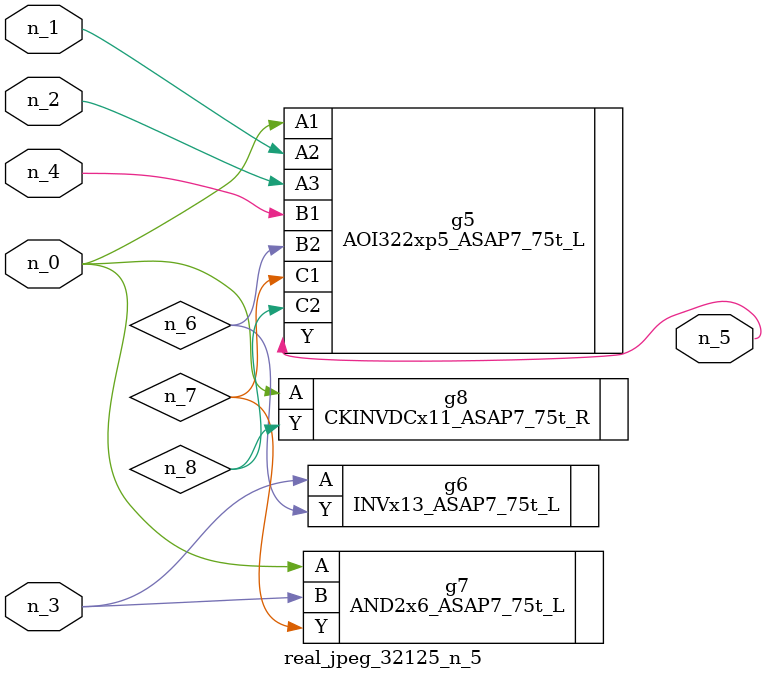
<source format=v>
module real_jpeg_32125_n_5 (n_4, n_0, n_1, n_2, n_3, n_5);

input n_4;
input n_0;
input n_1;
input n_2;
input n_3;

output n_5;

wire n_8;
wire n_6;
wire n_7;

AOI322xp5_ASAP7_75t_L g5 ( 
.A1(n_0),
.A2(n_1),
.A3(n_2),
.B1(n_4),
.B2(n_6),
.C1(n_7),
.C2(n_8),
.Y(n_5)
);

AND2x6_ASAP7_75t_L g7 ( 
.A(n_0),
.B(n_3),
.Y(n_7)
);

CKINVDCx11_ASAP7_75t_R g8 ( 
.A(n_0),
.Y(n_8)
);

INVx13_ASAP7_75t_L g6 ( 
.A(n_3),
.Y(n_6)
);


endmodule
</source>
